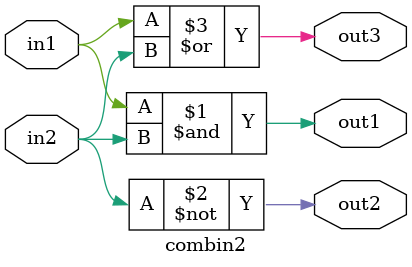
<source format=v>
module combin2(
	input in1,
	input in2,
	output out1,
	output out2,
	output out3
	);
	assign out1 = in1 & in2;
	assign out2 = ~in2;
	assign out3 = in1 | in2;
endmodule

</source>
